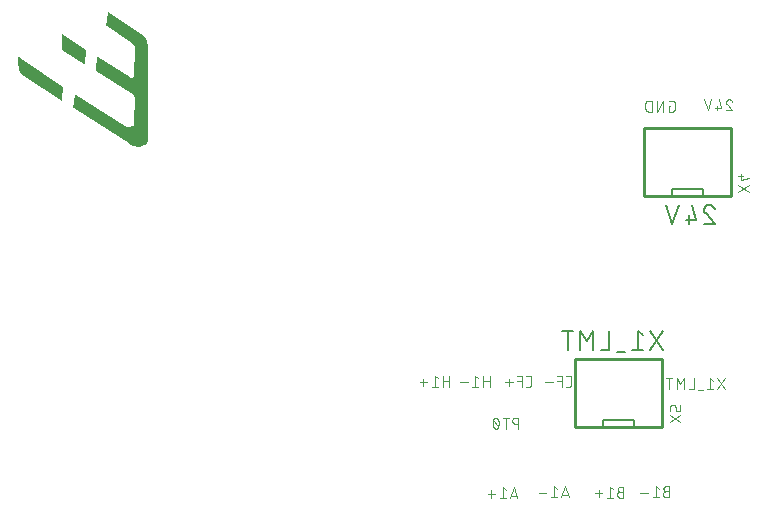
<source format=gbr>
G04 EAGLE Gerber RS-274X export*
G75*
%MOMM*%
%FSLAX34Y34*%
%LPD*%
%INSilkscreen Bottom*%
%IPPOS*%
%AMOC8*
5,1,8,0,0,1.08239X$1,22.5*%
G01*
%ADD10C,0.152400*%
%ADD11C,0.076200*%
%ADD12C,0.254000*%
%ADD13C,0.200000*%
%ADD14C,0.101600*%

G36*
X241588Y498340D02*
X241588Y498340D01*
X241616Y498348D01*
X241656Y498349D01*
X243478Y498765D01*
X243504Y498777D01*
X243543Y498786D01*
X245260Y499523D01*
X245263Y499525D01*
X245267Y499526D01*
X246230Y499962D01*
X246256Y499982D01*
X246300Y500003D01*
X247147Y500635D01*
X247169Y500661D01*
X247207Y500691D01*
X247899Y501490D01*
X247915Y501519D01*
X247946Y501557D01*
X248451Y502485D01*
X248460Y502518D01*
X248482Y502561D01*
X248777Y503576D01*
X248779Y503605D01*
X248791Y503709D01*
X248767Y504056D01*
X248771Y504082D01*
X248783Y504105D01*
X248782Y504140D01*
X248792Y504191D01*
X248538Y583435D01*
X248551Y584950D01*
X248545Y584974D01*
X248547Y585006D01*
X248336Y586507D01*
X248328Y586527D01*
X248327Y586546D01*
X248325Y586550D01*
X248324Y586562D01*
X247893Y588015D01*
X247881Y588036D01*
X247873Y588067D01*
X247233Y589441D01*
X247215Y589464D01*
X247198Y589500D01*
X246009Y591176D01*
X245989Y591194D01*
X245968Y591225D01*
X244515Y592678D01*
X244492Y592693D01*
X244466Y592719D01*
X242790Y593908D01*
X242784Y593910D01*
X242779Y593916D01*
X215347Y611950D01*
X215294Y611969D01*
X215245Y611997D01*
X215214Y611999D01*
X215184Y612009D01*
X215128Y612003D01*
X215072Y612006D01*
X215043Y611994D01*
X215012Y611991D01*
X214964Y611960D01*
X214912Y611938D01*
X214892Y611914D01*
X214866Y611898D01*
X214837Y611849D01*
X214800Y611806D01*
X214790Y611772D01*
X214776Y611749D01*
X214773Y611715D01*
X214759Y611667D01*
X213743Y600745D01*
X213750Y600701D01*
X213746Y600656D01*
X213761Y600616D01*
X213767Y600574D01*
X213792Y600536D01*
X213809Y600495D01*
X213845Y600459D01*
X213864Y600430D01*
X213887Y600417D01*
X213912Y600393D01*
X234979Y586433D01*
X236019Y585593D01*
X236872Y584586D01*
X237521Y583438D01*
X237944Y582188D01*
X238125Y580878D01*
X237365Y558329D01*
X237293Y557880D01*
X237122Y557486D01*
X236858Y557146D01*
X236518Y556882D01*
X236124Y556711D01*
X235693Y556642D01*
X235065Y556679D01*
X234448Y556833D01*
X233862Y557103D01*
X206706Y574361D01*
X206659Y574377D01*
X206617Y574402D01*
X206579Y574405D01*
X206542Y574418D01*
X206493Y574412D01*
X206444Y574416D01*
X206409Y574402D01*
X206370Y574397D01*
X206329Y574370D01*
X206284Y574351D01*
X206258Y574323D01*
X206226Y574301D01*
X206201Y574259D01*
X206168Y574222D01*
X206155Y574179D01*
X206139Y574152D01*
X206137Y574122D01*
X206124Y574084D01*
X204854Y563162D01*
X204860Y563110D01*
X204857Y563058D01*
X204870Y563025D01*
X204874Y562990D01*
X204902Y562946D01*
X204922Y562897D01*
X204952Y562869D01*
X204968Y562844D01*
X204995Y562828D01*
X205028Y562797D01*
X234478Y544010D01*
X235805Y543001D01*
X236935Y541801D01*
X237297Y541238D01*
X237536Y540617D01*
X237645Y539960D01*
X237618Y539257D01*
X237619Y539254D01*
X237618Y539251D01*
X237110Y518169D01*
X237110Y518168D01*
X237110Y518167D01*
X237099Y517564D01*
X236944Y517034D01*
X236655Y516564D01*
X236255Y516190D01*
X235220Y515680D01*
X235049Y515595D01*
X233740Y515186D01*
X232406Y514988D01*
X231337Y515124D01*
X230288Y515447D01*
X229296Y515951D01*
X187656Y542357D01*
X187609Y542373D01*
X187567Y542398D01*
X187529Y542401D01*
X187492Y542414D01*
X187443Y542408D01*
X187394Y542412D01*
X187359Y542397D01*
X187320Y542393D01*
X187279Y542366D01*
X187234Y542347D01*
X187208Y542318D01*
X187176Y542297D01*
X187151Y542255D01*
X187118Y542218D01*
X187104Y542175D01*
X187088Y542147D01*
X187086Y542118D01*
X187074Y542080D01*
X185804Y531158D01*
X185810Y531105D01*
X185807Y531052D01*
X185820Y531020D01*
X185824Y530986D01*
X185853Y530941D01*
X185873Y530892D01*
X185902Y530865D01*
X185918Y530840D01*
X185945Y530824D01*
X185978Y530793D01*
X232425Y501351D01*
X232649Y501127D01*
X232699Y501096D01*
X232744Y501058D01*
X232772Y501051D01*
X232796Y501036D01*
X232855Y501030D01*
X232890Y501021D01*
X234221Y500071D01*
X234240Y500063D01*
X234260Y500046D01*
X235899Y499150D01*
X235927Y499142D01*
X235962Y499122D01*
X237735Y498536D01*
X237765Y498533D01*
X237802Y498520D01*
X239653Y498263D01*
X239682Y498266D01*
X239722Y498260D01*
X241588Y498340D01*
G37*
G36*
X176038Y537347D02*
X176038Y537347D01*
X176097Y537345D01*
X176123Y537357D01*
X176151Y537360D01*
X176201Y537393D01*
X176255Y537417D01*
X176272Y537439D01*
X176296Y537455D01*
X176326Y537506D01*
X176364Y537552D01*
X176372Y537583D01*
X176385Y537604D01*
X176387Y537639D01*
X176401Y537692D01*
X177163Y548614D01*
X177157Y548654D01*
X177160Y548695D01*
X177143Y548738D01*
X177136Y548785D01*
X177112Y548818D01*
X177097Y548856D01*
X177056Y548896D01*
X177035Y548926D01*
X177015Y548936D01*
X176993Y548957D01*
X142713Y571557D01*
X139674Y573836D01*
X139597Y573870D01*
X139518Y573905D01*
X139517Y573905D01*
X139516Y573906D01*
X139431Y573902D01*
X139345Y573899D01*
X139344Y573898D01*
X139342Y573898D01*
X139267Y573856D01*
X139193Y573816D01*
X139192Y573815D01*
X139191Y573814D01*
X139141Y573742D01*
X139093Y573674D01*
X139093Y573673D01*
X139092Y573671D01*
X139090Y573659D01*
X139066Y573532D01*
X139066Y567690D01*
X139069Y567675D01*
X139067Y567657D01*
X139251Y565578D01*
X139260Y565551D01*
X139263Y565512D01*
X139300Y565376D01*
X139300Y565375D01*
X139403Y564995D01*
X139506Y564615D01*
X139609Y564235D01*
X139712Y563855D01*
X139809Y563498D01*
X139819Y563478D01*
X139820Y563474D01*
X139824Y563466D01*
X139832Y563435D01*
X140723Y561548D01*
X140741Y561525D01*
X140757Y561490D01*
X141966Y559789D01*
X141987Y559770D01*
X142009Y559738D01*
X143497Y558275D01*
X143525Y558258D01*
X143558Y558227D01*
X175816Y537399D01*
X175872Y537379D01*
X175924Y537351D01*
X175952Y537350D01*
X175979Y537340D01*
X176038Y537347D01*
G37*
G36*
X195079Y568334D02*
X195079Y568334D01*
X195132Y568330D01*
X195164Y568344D01*
X195198Y568347D01*
X195243Y568376D01*
X195292Y568396D01*
X195315Y568422D01*
X195344Y568440D01*
X195372Y568486D01*
X195407Y568526D01*
X195419Y568564D01*
X195434Y568589D01*
X195436Y568621D01*
X195450Y568664D01*
X196720Y580094D01*
X196714Y580144D01*
X196718Y580194D01*
X196704Y580229D01*
X196699Y580266D01*
X196672Y580308D01*
X196653Y580355D01*
X196621Y580385D01*
X196605Y580411D01*
X196579Y580426D01*
X196548Y580455D01*
X176482Y593409D01*
X176411Y593435D01*
X176341Y593465D01*
X176330Y593464D01*
X176319Y593468D01*
X176244Y593459D01*
X176168Y593455D01*
X176158Y593449D01*
X176147Y593448D01*
X176083Y593406D01*
X176017Y593369D01*
X176011Y593359D01*
X176002Y593353D01*
X175963Y593288D01*
X175920Y593225D01*
X175918Y593213D01*
X175913Y593204D01*
X175911Y593167D01*
X175896Y593082D01*
X176150Y580890D01*
X176156Y580867D01*
X176154Y580843D01*
X176177Y580784D01*
X176193Y580722D01*
X176209Y580704D01*
X176217Y580682D01*
X176283Y580618D01*
X176306Y580591D01*
X176314Y580588D01*
X176321Y580580D01*
X194863Y568388D01*
X194913Y568370D01*
X194959Y568343D01*
X194993Y568341D01*
X195026Y568329D01*
X195079Y568334D01*
G37*
D10*
X684530Y326390D02*
X673693Y342646D01*
X684530Y342646D02*
X673693Y326390D01*
X667996Y339034D02*
X663480Y342646D01*
X663480Y326390D01*
X658965Y326390D02*
X667996Y326390D01*
X653024Y324584D02*
X645800Y324584D01*
X639309Y326390D02*
X639309Y342646D01*
X639309Y326390D02*
X632084Y326390D01*
X625652Y326390D02*
X625652Y342646D01*
X620234Y333615D01*
X614815Y342646D01*
X614815Y326390D01*
X604081Y326390D02*
X604081Y342646D01*
X599566Y342646D02*
X608597Y342646D01*
X719695Y445008D02*
X719697Y445133D01*
X719703Y445258D01*
X719712Y445383D01*
X719726Y445507D01*
X719743Y445631D01*
X719764Y445755D01*
X719789Y445877D01*
X719818Y445999D01*
X719850Y446120D01*
X719886Y446240D01*
X719926Y446359D01*
X719969Y446476D01*
X720016Y446592D01*
X720067Y446707D01*
X720121Y446819D01*
X720179Y446931D01*
X720239Y447040D01*
X720304Y447147D01*
X720371Y447253D01*
X720442Y447356D01*
X720516Y447457D01*
X720593Y447556D01*
X720673Y447652D01*
X720756Y447746D01*
X720841Y447837D01*
X720930Y447926D01*
X721021Y448011D01*
X721115Y448094D01*
X721211Y448174D01*
X721310Y448251D01*
X721411Y448325D01*
X721514Y448396D01*
X721620Y448463D01*
X721727Y448528D01*
X721836Y448588D01*
X721948Y448646D01*
X722060Y448700D01*
X722175Y448751D01*
X722291Y448798D01*
X722408Y448841D01*
X722527Y448881D01*
X722647Y448917D01*
X722768Y448949D01*
X722890Y448978D01*
X723012Y449003D01*
X723136Y449024D01*
X723260Y449041D01*
X723384Y449055D01*
X723509Y449064D01*
X723634Y449070D01*
X723759Y449072D01*
X723902Y449070D01*
X724044Y449064D01*
X724187Y449054D01*
X724329Y449041D01*
X724470Y449023D01*
X724612Y449002D01*
X724752Y448977D01*
X724892Y448948D01*
X725031Y448915D01*
X725169Y448878D01*
X725306Y448838D01*
X725441Y448794D01*
X725576Y448746D01*
X725709Y448694D01*
X725841Y448639D01*
X725971Y448580D01*
X726099Y448518D01*
X726226Y448452D01*
X726351Y448383D01*
X726474Y448311D01*
X726595Y448235D01*
X726713Y448156D01*
X726830Y448073D01*
X726944Y447988D01*
X727056Y447899D01*
X727165Y447808D01*
X727272Y447713D01*
X727377Y447616D01*
X727478Y447515D01*
X727577Y447412D01*
X727673Y447307D01*
X727766Y447198D01*
X727856Y447087D01*
X727943Y446974D01*
X728027Y446859D01*
X728107Y446741D01*
X728185Y446621D01*
X728259Y446499D01*
X728329Y446375D01*
X728397Y446249D01*
X728460Y446121D01*
X728521Y445992D01*
X728578Y445861D01*
X728631Y445729D01*
X728680Y445595D01*
X728726Y445460D01*
X721050Y441847D02*
X720956Y441939D01*
X720866Y442033D01*
X720778Y442130D01*
X720693Y442230D01*
X720611Y442332D01*
X720532Y442437D01*
X720457Y442544D01*
X720385Y442653D01*
X720316Y442764D01*
X720250Y442878D01*
X720188Y442993D01*
X720129Y443110D01*
X720074Y443229D01*
X720023Y443349D01*
X719975Y443471D01*
X719930Y443594D01*
X719890Y443718D01*
X719853Y443844D01*
X719820Y443971D01*
X719791Y444098D01*
X719765Y444227D01*
X719744Y444356D01*
X719726Y444486D01*
X719713Y444616D01*
X719703Y444746D01*
X719697Y444877D01*
X719695Y445008D01*
X721050Y441847D02*
X728726Y432816D01*
X719695Y432816D01*
X713095Y436428D02*
X709482Y449072D01*
X713095Y436428D02*
X704064Y436428D01*
X706773Y440041D02*
X706773Y432816D01*
X692948Y432816D02*
X698367Y449072D01*
X687529Y449072D02*
X692948Y432816D01*
D11*
X562483Y268859D02*
X562483Y259461D01*
X562483Y268859D02*
X559872Y268859D01*
X559771Y268857D01*
X559670Y268851D01*
X559569Y268841D01*
X559469Y268828D01*
X559369Y268810D01*
X559270Y268789D01*
X559172Y268763D01*
X559075Y268734D01*
X558979Y268702D01*
X558885Y268665D01*
X558792Y268625D01*
X558700Y268581D01*
X558611Y268534D01*
X558523Y268483D01*
X558437Y268429D01*
X558354Y268372D01*
X558272Y268312D01*
X558194Y268248D01*
X558117Y268182D01*
X558044Y268112D01*
X557973Y268040D01*
X557905Y267965D01*
X557840Y267887D01*
X557778Y267807D01*
X557719Y267725D01*
X557663Y267640D01*
X557611Y267554D01*
X557562Y267465D01*
X557516Y267374D01*
X557475Y267282D01*
X557436Y267188D01*
X557402Y267093D01*
X557371Y266997D01*
X557344Y266899D01*
X557320Y266801D01*
X557301Y266701D01*
X557285Y266601D01*
X557273Y266501D01*
X557265Y266400D01*
X557261Y266299D01*
X557261Y266197D01*
X557265Y266096D01*
X557273Y265995D01*
X557285Y265895D01*
X557301Y265795D01*
X557320Y265695D01*
X557344Y265597D01*
X557371Y265499D01*
X557402Y265403D01*
X557436Y265308D01*
X557475Y265214D01*
X557516Y265122D01*
X557562Y265031D01*
X557611Y264943D01*
X557663Y264856D01*
X557719Y264771D01*
X557778Y264689D01*
X557840Y264609D01*
X557905Y264531D01*
X557973Y264456D01*
X558044Y264384D01*
X558117Y264314D01*
X558194Y264248D01*
X558272Y264184D01*
X558354Y264124D01*
X558437Y264067D01*
X558523Y264013D01*
X558611Y263962D01*
X558700Y263915D01*
X558792Y263871D01*
X558885Y263831D01*
X558979Y263794D01*
X559075Y263762D01*
X559172Y263733D01*
X559270Y263707D01*
X559369Y263686D01*
X559469Y263668D01*
X559569Y263655D01*
X559670Y263645D01*
X559771Y263639D01*
X559872Y263637D01*
X559872Y263638D02*
X562483Y263638D01*
X551774Y259461D02*
X551774Y268859D01*
X549164Y268859D02*
X554385Y268859D01*
X545068Y267554D02*
X545147Y267387D01*
X545222Y267218D01*
X545293Y267047D01*
X545360Y266875D01*
X545422Y266701D01*
X545481Y266525D01*
X545535Y266349D01*
X545585Y266171D01*
X545631Y265991D01*
X545673Y265811D01*
X545710Y265630D01*
X545743Y265448D01*
X545772Y265266D01*
X545796Y265082D01*
X545816Y264898D01*
X545831Y264714D01*
X545842Y264530D01*
X545849Y264345D01*
X545851Y264160D01*
X545068Y267554D02*
X545038Y267634D01*
X545005Y267713D01*
X544968Y267790D01*
X544928Y267866D01*
X544885Y267940D01*
X544839Y268012D01*
X544789Y268081D01*
X544737Y268149D01*
X544681Y268214D01*
X544623Y268277D01*
X544561Y268336D01*
X544498Y268394D01*
X544431Y268448D01*
X544363Y268499D01*
X544292Y268547D01*
X544219Y268592D01*
X544145Y268634D01*
X544068Y268672D01*
X543990Y268707D01*
X543911Y268739D01*
X543830Y268767D01*
X543748Y268791D01*
X543664Y268812D01*
X543581Y268829D01*
X543496Y268842D01*
X543411Y268851D01*
X543326Y268857D01*
X543240Y268859D01*
X543154Y268857D01*
X543069Y268851D01*
X542984Y268842D01*
X542899Y268829D01*
X542816Y268812D01*
X542732Y268791D01*
X542650Y268767D01*
X542570Y268739D01*
X542490Y268707D01*
X542412Y268672D01*
X542335Y268634D01*
X542261Y268592D01*
X542188Y268547D01*
X542117Y268499D01*
X542049Y268448D01*
X541982Y268394D01*
X541919Y268336D01*
X541858Y268277D01*
X541799Y268214D01*
X541744Y268149D01*
X541691Y268081D01*
X541641Y268012D01*
X541595Y267940D01*
X541552Y267866D01*
X541512Y267790D01*
X541475Y267713D01*
X541442Y267634D01*
X541412Y267554D01*
X541333Y267387D01*
X541258Y267218D01*
X541187Y267047D01*
X541120Y266875D01*
X541058Y266701D01*
X540999Y266525D01*
X540945Y266349D01*
X540895Y266171D01*
X540849Y265991D01*
X540807Y265811D01*
X540770Y265630D01*
X540737Y265448D01*
X540708Y265266D01*
X540684Y265082D01*
X540664Y264898D01*
X540649Y264714D01*
X540638Y264530D01*
X540631Y264345D01*
X540629Y264160D01*
X545850Y264160D02*
X545848Y263975D01*
X545841Y263790D01*
X545830Y263606D01*
X545815Y263422D01*
X545795Y263238D01*
X545771Y263054D01*
X545742Y262872D01*
X545709Y262690D01*
X545672Y262509D01*
X545630Y262329D01*
X545584Y262149D01*
X545534Y261971D01*
X545480Y261795D01*
X545421Y261619D01*
X545359Y261445D01*
X545292Y261273D01*
X545221Y261102D01*
X545146Y260933D01*
X545067Y260766D01*
X545068Y260766D02*
X545038Y260686D01*
X545005Y260607D01*
X544968Y260530D01*
X544928Y260454D01*
X544885Y260380D01*
X544839Y260308D01*
X544789Y260239D01*
X544736Y260171D01*
X544681Y260106D01*
X544622Y260043D01*
X544561Y259984D01*
X544498Y259926D01*
X544431Y259872D01*
X544363Y259821D01*
X544292Y259773D01*
X544219Y259728D01*
X544145Y259686D01*
X544068Y259648D01*
X543990Y259613D01*
X543911Y259581D01*
X543830Y259553D01*
X543748Y259529D01*
X543664Y259508D01*
X543581Y259491D01*
X543496Y259478D01*
X543411Y259469D01*
X543326Y259463D01*
X543240Y259461D01*
X541412Y260766D02*
X541333Y260933D01*
X541258Y261102D01*
X541187Y261273D01*
X541120Y261445D01*
X541058Y261619D01*
X540999Y261795D01*
X540945Y261971D01*
X540895Y262149D01*
X540849Y262329D01*
X540807Y262509D01*
X540770Y262690D01*
X540737Y262872D01*
X540708Y263054D01*
X540684Y263238D01*
X540664Y263422D01*
X540649Y263606D01*
X540638Y263790D01*
X540631Y263975D01*
X540629Y264160D01*
X541412Y260766D02*
X541442Y260686D01*
X541475Y260607D01*
X541512Y260530D01*
X541552Y260454D01*
X541595Y260380D01*
X541641Y260308D01*
X541691Y260239D01*
X541744Y260171D01*
X541799Y260106D01*
X541858Y260043D01*
X541919Y259984D01*
X541982Y259926D01*
X542049Y259872D01*
X542117Y259821D01*
X542188Y259773D01*
X542261Y259728D01*
X542335Y259686D01*
X542412Y259648D01*
X542490Y259613D01*
X542570Y259581D01*
X542650Y259553D01*
X542732Y259529D01*
X542816Y259508D01*
X542899Y259491D01*
X542984Y259478D01*
X543069Y259469D01*
X543154Y259463D01*
X543240Y259461D01*
X545328Y261549D02*
X541151Y266771D01*
X503809Y295021D02*
X503809Y304419D01*
X503809Y300242D02*
X498588Y300242D01*
X498588Y304419D02*
X498588Y295021D01*
X494360Y302331D02*
X491750Y304419D01*
X491750Y295021D01*
X494360Y295021D02*
X489139Y295021D01*
X485129Y298676D02*
X478863Y298676D01*
X481996Y295543D02*
X481996Y301808D01*
X538099Y304419D02*
X538099Y295021D01*
X538099Y300242D02*
X532878Y300242D01*
X532878Y304419D02*
X532878Y295021D01*
X528650Y302331D02*
X526040Y304419D01*
X526040Y295021D01*
X528650Y295021D02*
X523429Y295021D01*
X519419Y298676D02*
X513153Y298676D01*
X569228Y295021D02*
X571317Y295021D01*
X571406Y295023D01*
X571494Y295029D01*
X571582Y295038D01*
X571670Y295051D01*
X571757Y295068D01*
X571843Y295088D01*
X571928Y295113D01*
X572013Y295140D01*
X572096Y295172D01*
X572177Y295206D01*
X572257Y295245D01*
X572335Y295286D01*
X572412Y295331D01*
X572486Y295379D01*
X572559Y295430D01*
X572629Y295484D01*
X572696Y295542D01*
X572762Y295602D01*
X572824Y295664D01*
X572884Y295730D01*
X572942Y295797D01*
X572996Y295867D01*
X573047Y295940D01*
X573095Y296014D01*
X573140Y296091D01*
X573181Y296169D01*
X573220Y296249D01*
X573254Y296330D01*
X573286Y296413D01*
X573313Y296498D01*
X573338Y296583D01*
X573358Y296669D01*
X573375Y296756D01*
X573388Y296844D01*
X573397Y296932D01*
X573403Y297020D01*
X573405Y297109D01*
X573405Y302331D01*
X573403Y302420D01*
X573397Y302508D01*
X573388Y302596D01*
X573375Y302684D01*
X573358Y302771D01*
X573338Y302857D01*
X573313Y302942D01*
X573286Y303027D01*
X573254Y303110D01*
X573220Y303191D01*
X573181Y303271D01*
X573140Y303349D01*
X573095Y303426D01*
X573047Y303500D01*
X572996Y303573D01*
X572942Y303643D01*
X572884Y303710D01*
X572824Y303776D01*
X572762Y303838D01*
X572696Y303898D01*
X572629Y303956D01*
X572559Y304010D01*
X572486Y304061D01*
X572412Y304109D01*
X572335Y304154D01*
X572257Y304195D01*
X572177Y304234D01*
X572096Y304268D01*
X572013Y304300D01*
X571928Y304327D01*
X571843Y304352D01*
X571757Y304372D01*
X571670Y304389D01*
X571582Y304402D01*
X571494Y304411D01*
X571406Y304417D01*
X571317Y304419D01*
X569228Y304419D01*
X565437Y304419D02*
X565437Y295021D01*
X565437Y304419D02*
X561260Y304419D01*
X561260Y300242D02*
X565437Y300242D01*
X557747Y298676D02*
X551482Y298676D01*
X554614Y301808D02*
X554614Y295543D01*
X603010Y295021D02*
X605099Y295021D01*
X605188Y295023D01*
X605276Y295029D01*
X605364Y295038D01*
X605452Y295051D01*
X605539Y295068D01*
X605625Y295088D01*
X605710Y295113D01*
X605795Y295140D01*
X605878Y295172D01*
X605959Y295206D01*
X606039Y295245D01*
X606117Y295286D01*
X606194Y295331D01*
X606268Y295379D01*
X606341Y295430D01*
X606411Y295484D01*
X606478Y295542D01*
X606544Y295602D01*
X606606Y295664D01*
X606666Y295730D01*
X606724Y295797D01*
X606778Y295867D01*
X606829Y295940D01*
X606877Y296014D01*
X606922Y296091D01*
X606963Y296169D01*
X607002Y296249D01*
X607036Y296330D01*
X607068Y296413D01*
X607095Y296498D01*
X607120Y296583D01*
X607140Y296669D01*
X607157Y296756D01*
X607170Y296844D01*
X607179Y296932D01*
X607185Y297020D01*
X607187Y297109D01*
X607187Y302331D01*
X607185Y302420D01*
X607179Y302508D01*
X607170Y302596D01*
X607157Y302684D01*
X607140Y302771D01*
X607120Y302857D01*
X607095Y302942D01*
X607068Y303027D01*
X607036Y303110D01*
X607002Y303191D01*
X606963Y303271D01*
X606922Y303349D01*
X606877Y303426D01*
X606829Y303500D01*
X606778Y303573D01*
X606724Y303643D01*
X606666Y303710D01*
X606606Y303776D01*
X606544Y303838D01*
X606478Y303898D01*
X606411Y303956D01*
X606341Y304010D01*
X606268Y304061D01*
X606194Y304109D01*
X606117Y304154D01*
X606039Y304195D01*
X605959Y304234D01*
X605878Y304268D01*
X605795Y304300D01*
X605710Y304327D01*
X605625Y304352D01*
X605539Y304372D01*
X605452Y304389D01*
X605364Y304402D01*
X605276Y304411D01*
X605188Y304417D01*
X605099Y304419D01*
X603010Y304419D01*
X599219Y304419D02*
X599219Y295021D01*
X599219Y304419D02*
X595042Y304419D01*
X595042Y300242D02*
X599219Y300242D01*
X591529Y298676D02*
X585264Y298676D01*
X558588Y209931D02*
X561721Y200533D01*
X555456Y200533D02*
X558588Y209931D01*
X556239Y202883D02*
X560938Y202883D01*
X552055Y207843D02*
X549444Y209931D01*
X549444Y200533D01*
X546834Y200533D02*
X552055Y200533D01*
X542823Y204188D02*
X536558Y204188D01*
X539691Y201055D02*
X539691Y207320D01*
X602022Y210693D02*
X605155Y201295D01*
X598890Y201295D02*
X602022Y210693D01*
X599673Y203645D02*
X604372Y203645D01*
X595489Y208605D02*
X592878Y210693D01*
X592878Y201295D01*
X590268Y201295D02*
X595489Y201295D01*
X586257Y204950D02*
X579992Y204950D01*
X648772Y206262D02*
X651383Y206262D01*
X648772Y206263D02*
X648671Y206261D01*
X648570Y206255D01*
X648469Y206245D01*
X648369Y206232D01*
X648269Y206214D01*
X648170Y206193D01*
X648072Y206167D01*
X647975Y206138D01*
X647879Y206106D01*
X647785Y206069D01*
X647692Y206029D01*
X647600Y205985D01*
X647511Y205938D01*
X647423Y205887D01*
X647337Y205833D01*
X647254Y205776D01*
X647172Y205716D01*
X647094Y205652D01*
X647017Y205586D01*
X646944Y205516D01*
X646873Y205444D01*
X646805Y205369D01*
X646740Y205291D01*
X646678Y205211D01*
X646619Y205129D01*
X646563Y205044D01*
X646511Y204958D01*
X646462Y204869D01*
X646416Y204778D01*
X646375Y204686D01*
X646336Y204592D01*
X646302Y204497D01*
X646271Y204401D01*
X646244Y204303D01*
X646220Y204205D01*
X646201Y204105D01*
X646185Y204005D01*
X646173Y203905D01*
X646165Y203804D01*
X646161Y203703D01*
X646161Y203601D01*
X646165Y203500D01*
X646173Y203399D01*
X646185Y203299D01*
X646201Y203199D01*
X646220Y203099D01*
X646244Y203001D01*
X646271Y202903D01*
X646302Y202807D01*
X646336Y202712D01*
X646375Y202618D01*
X646416Y202526D01*
X646462Y202435D01*
X646511Y202347D01*
X646563Y202260D01*
X646619Y202175D01*
X646678Y202093D01*
X646740Y202013D01*
X646805Y201935D01*
X646873Y201860D01*
X646944Y201788D01*
X647017Y201718D01*
X647094Y201652D01*
X647172Y201588D01*
X647254Y201528D01*
X647337Y201471D01*
X647423Y201417D01*
X647511Y201366D01*
X647600Y201319D01*
X647692Y201275D01*
X647785Y201235D01*
X647879Y201198D01*
X647975Y201166D01*
X648072Y201137D01*
X648170Y201111D01*
X648269Y201090D01*
X648369Y201072D01*
X648469Y201059D01*
X648570Y201049D01*
X648671Y201043D01*
X648772Y201041D01*
X651383Y201041D01*
X651383Y210439D01*
X648772Y210439D01*
X648682Y210437D01*
X648593Y210431D01*
X648503Y210422D01*
X648414Y210408D01*
X648326Y210391D01*
X648239Y210370D01*
X648152Y210345D01*
X648067Y210316D01*
X647983Y210284D01*
X647901Y210249D01*
X647820Y210209D01*
X647741Y210167D01*
X647664Y210121D01*
X647589Y210071D01*
X647516Y210019D01*
X647445Y209963D01*
X647377Y209905D01*
X647312Y209843D01*
X647249Y209779D01*
X647189Y209712D01*
X647132Y209643D01*
X647078Y209571D01*
X647027Y209497D01*
X646979Y209421D01*
X646935Y209343D01*
X646894Y209263D01*
X646856Y209181D01*
X646822Y209098D01*
X646792Y209013D01*
X646765Y208927D01*
X646742Y208841D01*
X646723Y208753D01*
X646708Y208664D01*
X646696Y208575D01*
X646688Y208486D01*
X646684Y208396D01*
X646684Y208306D01*
X646688Y208216D01*
X646696Y208127D01*
X646708Y208038D01*
X646723Y207949D01*
X646742Y207861D01*
X646765Y207775D01*
X646792Y207689D01*
X646822Y207604D01*
X646856Y207521D01*
X646894Y207439D01*
X646935Y207359D01*
X646979Y207281D01*
X647027Y207205D01*
X647078Y207131D01*
X647132Y207059D01*
X647189Y206990D01*
X647249Y206923D01*
X647312Y206859D01*
X647377Y206797D01*
X647445Y206739D01*
X647516Y206683D01*
X647589Y206631D01*
X647664Y206581D01*
X647741Y206535D01*
X647820Y206493D01*
X647901Y206453D01*
X647983Y206418D01*
X648067Y206386D01*
X648152Y206357D01*
X648239Y206332D01*
X648326Y206311D01*
X648414Y206294D01*
X648503Y206280D01*
X648593Y206271D01*
X648682Y206265D01*
X648772Y206263D01*
X642675Y208351D02*
X640065Y210439D01*
X640065Y201041D01*
X642675Y201041D02*
X637454Y201041D01*
X633444Y204696D02*
X627178Y204696D01*
X630311Y201563D02*
X630311Y207828D01*
X687380Y206516D02*
X689991Y206516D01*
X687380Y206517D02*
X687279Y206515D01*
X687178Y206509D01*
X687077Y206499D01*
X686977Y206486D01*
X686877Y206468D01*
X686778Y206447D01*
X686680Y206421D01*
X686583Y206392D01*
X686487Y206360D01*
X686393Y206323D01*
X686300Y206283D01*
X686208Y206239D01*
X686119Y206192D01*
X686031Y206141D01*
X685945Y206087D01*
X685862Y206030D01*
X685780Y205970D01*
X685702Y205906D01*
X685625Y205840D01*
X685552Y205770D01*
X685481Y205698D01*
X685413Y205623D01*
X685348Y205545D01*
X685286Y205465D01*
X685227Y205383D01*
X685171Y205298D01*
X685119Y205212D01*
X685070Y205123D01*
X685024Y205032D01*
X684983Y204940D01*
X684944Y204846D01*
X684910Y204751D01*
X684879Y204655D01*
X684852Y204557D01*
X684828Y204459D01*
X684809Y204359D01*
X684793Y204259D01*
X684781Y204159D01*
X684773Y204058D01*
X684769Y203957D01*
X684769Y203855D01*
X684773Y203754D01*
X684781Y203653D01*
X684793Y203553D01*
X684809Y203453D01*
X684828Y203353D01*
X684852Y203255D01*
X684879Y203157D01*
X684910Y203061D01*
X684944Y202966D01*
X684983Y202872D01*
X685024Y202780D01*
X685070Y202689D01*
X685119Y202601D01*
X685171Y202514D01*
X685227Y202429D01*
X685286Y202347D01*
X685348Y202267D01*
X685413Y202189D01*
X685481Y202114D01*
X685552Y202042D01*
X685625Y201972D01*
X685702Y201906D01*
X685780Y201842D01*
X685862Y201782D01*
X685945Y201725D01*
X686031Y201671D01*
X686119Y201620D01*
X686208Y201573D01*
X686300Y201529D01*
X686393Y201489D01*
X686487Y201452D01*
X686583Y201420D01*
X686680Y201391D01*
X686778Y201365D01*
X686877Y201344D01*
X686977Y201326D01*
X687077Y201313D01*
X687178Y201303D01*
X687279Y201297D01*
X687380Y201295D01*
X689991Y201295D01*
X689991Y210693D01*
X687380Y210693D01*
X687290Y210691D01*
X687201Y210685D01*
X687111Y210676D01*
X687022Y210662D01*
X686934Y210645D01*
X686847Y210624D01*
X686760Y210599D01*
X686675Y210570D01*
X686591Y210538D01*
X686509Y210503D01*
X686428Y210463D01*
X686349Y210421D01*
X686272Y210375D01*
X686197Y210325D01*
X686124Y210273D01*
X686053Y210217D01*
X685985Y210159D01*
X685920Y210097D01*
X685857Y210033D01*
X685797Y209966D01*
X685740Y209897D01*
X685686Y209825D01*
X685635Y209751D01*
X685587Y209675D01*
X685543Y209597D01*
X685502Y209517D01*
X685464Y209435D01*
X685430Y209352D01*
X685400Y209267D01*
X685373Y209181D01*
X685350Y209095D01*
X685331Y209007D01*
X685316Y208918D01*
X685304Y208829D01*
X685296Y208740D01*
X685292Y208650D01*
X685292Y208560D01*
X685296Y208470D01*
X685304Y208381D01*
X685316Y208292D01*
X685331Y208203D01*
X685350Y208115D01*
X685373Y208029D01*
X685400Y207943D01*
X685430Y207858D01*
X685464Y207775D01*
X685502Y207693D01*
X685543Y207613D01*
X685587Y207535D01*
X685635Y207459D01*
X685686Y207385D01*
X685740Y207313D01*
X685797Y207244D01*
X685857Y207177D01*
X685920Y207113D01*
X685985Y207051D01*
X686053Y206993D01*
X686124Y206937D01*
X686197Y206885D01*
X686272Y206835D01*
X686349Y206789D01*
X686428Y206747D01*
X686509Y206707D01*
X686591Y206672D01*
X686675Y206640D01*
X686760Y206611D01*
X686847Y206586D01*
X686934Y206565D01*
X687022Y206548D01*
X687111Y206534D01*
X687201Y206525D01*
X687290Y206519D01*
X687380Y206517D01*
X681283Y208605D02*
X678673Y210693D01*
X678673Y201295D01*
X681283Y201295D02*
X676062Y201295D01*
X672052Y204950D02*
X665786Y204950D01*
X737235Y292989D02*
X730970Y302387D01*
X737235Y302387D02*
X730970Y292989D01*
X727569Y300299D02*
X724958Y302387D01*
X724958Y292989D01*
X722348Y292989D02*
X727569Y292989D01*
X718817Y291945D02*
X714640Y291945D01*
X710788Y292989D02*
X710788Y302387D01*
X710788Y292989D02*
X706611Y292989D01*
X702793Y292989D02*
X702793Y302387D01*
X699660Y297166D01*
X696528Y302387D01*
X696528Y292989D01*
X690211Y292989D02*
X690211Y302387D01*
X687601Y302387D02*
X692822Y302387D01*
X691162Y533160D02*
X689596Y533160D01*
X689596Y527939D01*
X692729Y527939D01*
X692818Y527941D01*
X692906Y527947D01*
X692994Y527956D01*
X693082Y527969D01*
X693169Y527986D01*
X693255Y528006D01*
X693340Y528031D01*
X693425Y528058D01*
X693508Y528090D01*
X693589Y528124D01*
X693669Y528163D01*
X693747Y528204D01*
X693824Y528249D01*
X693898Y528297D01*
X693971Y528348D01*
X694041Y528402D01*
X694108Y528460D01*
X694174Y528520D01*
X694236Y528582D01*
X694296Y528648D01*
X694354Y528715D01*
X694408Y528785D01*
X694459Y528858D01*
X694507Y528932D01*
X694552Y529009D01*
X694593Y529087D01*
X694632Y529167D01*
X694666Y529248D01*
X694698Y529331D01*
X694725Y529416D01*
X694750Y529501D01*
X694770Y529587D01*
X694787Y529674D01*
X694800Y529762D01*
X694809Y529850D01*
X694815Y529938D01*
X694817Y530027D01*
X694817Y535249D01*
X694815Y535338D01*
X694809Y535426D01*
X694800Y535514D01*
X694787Y535602D01*
X694770Y535689D01*
X694750Y535775D01*
X694725Y535860D01*
X694698Y535945D01*
X694666Y536028D01*
X694632Y536109D01*
X694593Y536189D01*
X694552Y536267D01*
X694507Y536344D01*
X694459Y536418D01*
X694408Y536491D01*
X694354Y536561D01*
X694296Y536628D01*
X694236Y536694D01*
X694174Y536756D01*
X694108Y536816D01*
X694041Y536874D01*
X693971Y536928D01*
X693898Y536979D01*
X693824Y537027D01*
X693747Y537072D01*
X693669Y537113D01*
X693589Y537152D01*
X693508Y537186D01*
X693425Y537218D01*
X693340Y537245D01*
X693255Y537270D01*
X693169Y537290D01*
X693082Y537307D01*
X692994Y537320D01*
X692906Y537329D01*
X692818Y537335D01*
X692729Y537337D01*
X689596Y537337D01*
X685063Y537337D02*
X685063Y527939D01*
X679842Y527939D02*
X685063Y537337D01*
X679842Y537337D02*
X679842Y527939D01*
X675310Y527939D02*
X675310Y537337D01*
X672699Y537337D01*
X672599Y537335D01*
X672499Y537329D01*
X672400Y537320D01*
X672300Y537306D01*
X672202Y537289D01*
X672104Y537268D01*
X672007Y537244D01*
X671911Y537215D01*
X671816Y537183D01*
X671723Y537148D01*
X671631Y537109D01*
X671540Y537066D01*
X671452Y537020D01*
X671365Y536970D01*
X671280Y536918D01*
X671197Y536862D01*
X671116Y536803D01*
X671038Y536740D01*
X670962Y536675D01*
X670888Y536607D01*
X670818Y536537D01*
X670750Y536463D01*
X670685Y536387D01*
X670622Y536309D01*
X670563Y536228D01*
X670507Y536145D01*
X670455Y536060D01*
X670405Y535973D01*
X670359Y535885D01*
X670316Y535794D01*
X670277Y535702D01*
X670242Y535609D01*
X670210Y535514D01*
X670181Y535418D01*
X670157Y535321D01*
X670136Y535223D01*
X670119Y535125D01*
X670105Y535025D01*
X670096Y534926D01*
X670090Y534826D01*
X670088Y534726D01*
X670089Y534726D02*
X670089Y530550D01*
X670088Y530550D02*
X670090Y530450D01*
X670096Y530350D01*
X670105Y530251D01*
X670119Y530151D01*
X670136Y530053D01*
X670157Y529955D01*
X670181Y529858D01*
X670210Y529762D01*
X670242Y529667D01*
X670277Y529574D01*
X670316Y529482D01*
X670359Y529391D01*
X670405Y529303D01*
X670455Y529216D01*
X670507Y529131D01*
X670563Y529048D01*
X670622Y528967D01*
X670685Y528889D01*
X670750Y528813D01*
X670818Y528739D01*
X670888Y528669D01*
X670962Y528601D01*
X671038Y528536D01*
X671116Y528473D01*
X671197Y528414D01*
X671280Y528358D01*
X671365Y528306D01*
X671452Y528256D01*
X671540Y528210D01*
X671631Y528167D01*
X671723Y528128D01*
X671816Y528093D01*
X671911Y528061D01*
X672007Y528032D01*
X672104Y528008D01*
X672202Y527987D01*
X672300Y527970D01*
X672400Y527956D01*
X672499Y527947D01*
X672599Y527941D01*
X672699Y527939D01*
X675310Y527939D01*
X738363Y536004D02*
X738365Y536099D01*
X738371Y536193D01*
X738380Y536287D01*
X738393Y536381D01*
X738410Y536474D01*
X738431Y536566D01*
X738456Y536658D01*
X738484Y536748D01*
X738516Y536837D01*
X738551Y536925D01*
X738590Y537011D01*
X738632Y537096D01*
X738678Y537179D01*
X738727Y537260D01*
X738779Y537339D01*
X738834Y537416D01*
X738893Y537490D01*
X738954Y537562D01*
X739018Y537632D01*
X739085Y537699D01*
X739155Y537763D01*
X739227Y537824D01*
X739301Y537883D01*
X739378Y537938D01*
X739457Y537990D01*
X739538Y538039D01*
X739621Y538085D01*
X739706Y538127D01*
X739792Y538166D01*
X739880Y538201D01*
X739969Y538233D01*
X740059Y538261D01*
X740151Y538286D01*
X740243Y538307D01*
X740336Y538324D01*
X740430Y538337D01*
X740524Y538346D01*
X740618Y538352D01*
X740713Y538354D01*
X740713Y538353D02*
X740821Y538351D01*
X740930Y538345D01*
X741038Y538335D01*
X741145Y538322D01*
X741252Y538304D01*
X741359Y538283D01*
X741464Y538258D01*
X741569Y538229D01*
X741672Y538197D01*
X741774Y538160D01*
X741875Y538120D01*
X741974Y538077D01*
X742072Y538030D01*
X742168Y537979D01*
X742262Y537925D01*
X742354Y537868D01*
X742444Y537807D01*
X742532Y537743D01*
X742617Y537677D01*
X742700Y537607D01*
X742780Y537534D01*
X742858Y537458D01*
X742933Y537380D01*
X743005Y537299D01*
X743074Y537215D01*
X743140Y537129D01*
X743203Y537041D01*
X743262Y536950D01*
X743319Y536858D01*
X743372Y536763D01*
X743421Y536666D01*
X743467Y536568D01*
X743510Y536469D01*
X743549Y536367D01*
X743584Y536265D01*
X739147Y534176D02*
X739078Y534245D01*
X739012Y534316D01*
X738948Y534389D01*
X738887Y534465D01*
X738829Y534544D01*
X738775Y534624D01*
X738723Y534707D01*
X738675Y534791D01*
X738629Y534877D01*
X738588Y534965D01*
X738549Y535055D01*
X738514Y535146D01*
X738483Y535238D01*
X738455Y535331D01*
X738431Y535425D01*
X738411Y535520D01*
X738394Y535616D01*
X738381Y535713D01*
X738372Y535810D01*
X738366Y535907D01*
X738364Y536004D01*
X739147Y534176D02*
X743585Y528955D01*
X738364Y528955D01*
X734441Y531043D02*
X732353Y538353D01*
X734441Y531043D02*
X729220Y531043D01*
X730786Y533132D02*
X730786Y528955D01*
X722687Y528955D02*
X725819Y538353D01*
X719554Y538353D02*
X722687Y528955D01*
D12*
X668612Y513985D02*
X668612Y456485D01*
X668612Y513985D02*
X742612Y513985D01*
X742612Y456485D01*
X668612Y456485D01*
D13*
X718612Y457060D02*
X718612Y462060D01*
X692612Y462060D02*
X692612Y457060D01*
X692612Y462060D02*
X718612Y462060D01*
D14*
X748670Y460168D02*
X757814Y466264D01*
X757814Y460168D02*
X748670Y466264D01*
X750702Y469820D02*
X757814Y471852D01*
X750702Y469820D02*
X750702Y474900D01*
X752734Y473376D02*
X748670Y473376D01*
D12*
X610446Y318659D02*
X610446Y261159D01*
X610446Y318659D02*
X684446Y318659D01*
X684446Y261159D01*
X610446Y261159D01*
D13*
X660446Y261734D02*
X660446Y266734D01*
X634446Y266734D02*
X634446Y261734D01*
X634446Y266734D02*
X660446Y266734D01*
D14*
X690504Y264842D02*
X699648Y270938D01*
X699648Y264842D02*
X690504Y270938D01*
X690504Y274494D02*
X690504Y277542D01*
X690506Y277631D01*
X690512Y277719D01*
X690521Y277807D01*
X690535Y277895D01*
X690552Y277982D01*
X690573Y278068D01*
X690598Y278153D01*
X690627Y278237D01*
X690659Y278320D01*
X690694Y278401D01*
X690734Y278480D01*
X690776Y278558D01*
X690822Y278634D01*
X690871Y278708D01*
X690924Y278779D01*
X690979Y278848D01*
X691038Y278915D01*
X691099Y278979D01*
X691163Y279040D01*
X691230Y279099D01*
X691299Y279154D01*
X691370Y279207D01*
X691444Y279256D01*
X691520Y279302D01*
X691598Y279344D01*
X691677Y279384D01*
X691758Y279419D01*
X691841Y279451D01*
X691925Y279480D01*
X692010Y279505D01*
X692096Y279526D01*
X692183Y279543D01*
X692271Y279557D01*
X692359Y279566D01*
X692447Y279572D01*
X692536Y279574D01*
X693552Y279574D01*
X693641Y279572D01*
X693729Y279566D01*
X693817Y279557D01*
X693905Y279543D01*
X693992Y279526D01*
X694078Y279505D01*
X694163Y279480D01*
X694247Y279451D01*
X694330Y279419D01*
X694411Y279384D01*
X694490Y279344D01*
X694568Y279302D01*
X694644Y279256D01*
X694718Y279207D01*
X694789Y279154D01*
X694858Y279099D01*
X694925Y279040D01*
X694989Y278979D01*
X695050Y278915D01*
X695109Y278848D01*
X695164Y278779D01*
X695217Y278708D01*
X695266Y278634D01*
X695312Y278558D01*
X695354Y278480D01*
X695394Y278401D01*
X695429Y278320D01*
X695461Y278237D01*
X695490Y278153D01*
X695515Y278068D01*
X695536Y277982D01*
X695553Y277895D01*
X695567Y277807D01*
X695576Y277719D01*
X695582Y277631D01*
X695584Y277542D01*
X695584Y274494D01*
X699648Y274494D01*
X699648Y279574D01*
M02*

</source>
